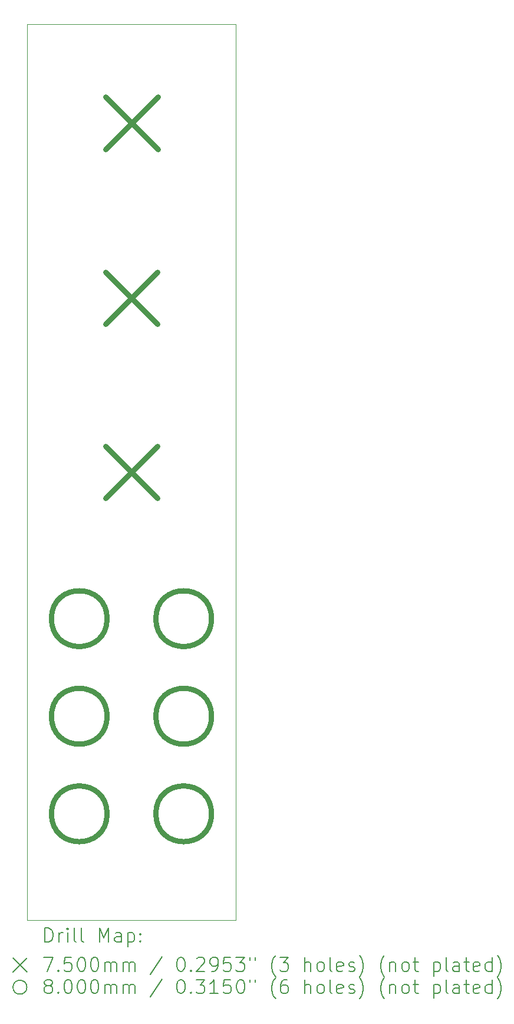
<source format=gbr>
%TF.GenerationSoftware,KiCad,Pcbnew,8.0.2*%
%TF.CreationDate,2024-05-21T21:55:27+01:00*%
%TF.ProjectId,panel-vert_mx-2024-03-26,70616e65-6c2d-4766-9572-745f6d782d32,rev?*%
%TF.SameCoordinates,Original*%
%TF.FileFunction,Drillmap*%
%TF.FilePolarity,Positive*%
%FSLAX45Y45*%
G04 Gerber Fmt 4.5, Leading zero omitted, Abs format (unit mm)*
G04 Created by KiCad (PCBNEW 8.0.2) date 2024-05-21 21:55:27*
%MOMM*%
%LPD*%
G01*
G04 APERTURE LIST*
%ADD10C,0.050000*%
%ADD11C,0.200000*%
%ADD12C,0.750000*%
%ADD13C,0.800000*%
G04 APERTURE END LIST*
D10*
X16350110Y-16925360D02*
X16350110Y-4075360D01*
X13350110Y-16925360D02*
X16350110Y-16925360D01*
X13350110Y-4075360D02*
X13350110Y-16925360D01*
X16350110Y-4075360D02*
X13350110Y-4075360D01*
D11*
D12*
X14475110Y-7625360D02*
X15225110Y-8375360D01*
X15225110Y-7625360D02*
X14475110Y-8375360D01*
X14475110Y-10125360D02*
X15225110Y-10875360D01*
X15225110Y-10125360D02*
X14475110Y-10875360D01*
X14477132Y-5114142D02*
X15227132Y-5864141D01*
X15227132Y-5114142D02*
X14477132Y-5864141D01*
D13*
X14500110Y-12600360D02*
G75*
G02*
X13700110Y-12600360I-400000J0D01*
G01*
X13700110Y-12600360D02*
G75*
G02*
X14500110Y-12600360I400000J0D01*
G01*
X14500110Y-14000360D02*
G75*
G02*
X13700110Y-14000360I-400000J0D01*
G01*
X13700110Y-14000360D02*
G75*
G02*
X14500110Y-14000360I400000J0D01*
G01*
X14500110Y-15400360D02*
G75*
G02*
X13700110Y-15400360I-400000J0D01*
G01*
X13700110Y-15400360D02*
G75*
G02*
X14500110Y-15400360I400000J0D01*
G01*
X16000110Y-12600360D02*
G75*
G02*
X15200110Y-12600360I-400000J0D01*
G01*
X15200110Y-12600360D02*
G75*
G02*
X16000110Y-12600360I400000J0D01*
G01*
X16000110Y-14000360D02*
G75*
G02*
X15200110Y-14000360I-400000J0D01*
G01*
X15200110Y-14000360D02*
G75*
G02*
X16000110Y-14000360I400000J0D01*
G01*
X16000110Y-15400360D02*
G75*
G02*
X15200110Y-15400360I-400000J0D01*
G01*
X15200110Y-15400360D02*
G75*
G02*
X16000110Y-15400360I400000J0D01*
G01*
D11*
X13608387Y-17239344D02*
X13608387Y-17039344D01*
X13608387Y-17039344D02*
X13656006Y-17039344D01*
X13656006Y-17039344D02*
X13684577Y-17048868D01*
X13684577Y-17048868D02*
X13703625Y-17067915D01*
X13703625Y-17067915D02*
X13713149Y-17086963D01*
X13713149Y-17086963D02*
X13722672Y-17125058D01*
X13722672Y-17125058D02*
X13722672Y-17153630D01*
X13722672Y-17153630D02*
X13713149Y-17191725D01*
X13713149Y-17191725D02*
X13703625Y-17210772D01*
X13703625Y-17210772D02*
X13684577Y-17229820D01*
X13684577Y-17229820D02*
X13656006Y-17239344D01*
X13656006Y-17239344D02*
X13608387Y-17239344D01*
X13808387Y-17239344D02*
X13808387Y-17106010D01*
X13808387Y-17144106D02*
X13817911Y-17125058D01*
X13817911Y-17125058D02*
X13827434Y-17115534D01*
X13827434Y-17115534D02*
X13846482Y-17106010D01*
X13846482Y-17106010D02*
X13865530Y-17106010D01*
X13932196Y-17239344D02*
X13932196Y-17106010D01*
X13932196Y-17039344D02*
X13922672Y-17048868D01*
X13922672Y-17048868D02*
X13932196Y-17058391D01*
X13932196Y-17058391D02*
X13941720Y-17048868D01*
X13941720Y-17048868D02*
X13932196Y-17039344D01*
X13932196Y-17039344D02*
X13932196Y-17058391D01*
X14056006Y-17239344D02*
X14036958Y-17229820D01*
X14036958Y-17229820D02*
X14027434Y-17210772D01*
X14027434Y-17210772D02*
X14027434Y-17039344D01*
X14160768Y-17239344D02*
X14141720Y-17229820D01*
X14141720Y-17229820D02*
X14132196Y-17210772D01*
X14132196Y-17210772D02*
X14132196Y-17039344D01*
X14389339Y-17239344D02*
X14389339Y-17039344D01*
X14389339Y-17039344D02*
X14456006Y-17182201D01*
X14456006Y-17182201D02*
X14522672Y-17039344D01*
X14522672Y-17039344D02*
X14522672Y-17239344D01*
X14703625Y-17239344D02*
X14703625Y-17134582D01*
X14703625Y-17134582D02*
X14694101Y-17115534D01*
X14694101Y-17115534D02*
X14675053Y-17106010D01*
X14675053Y-17106010D02*
X14636958Y-17106010D01*
X14636958Y-17106010D02*
X14617911Y-17115534D01*
X14703625Y-17229820D02*
X14684577Y-17239344D01*
X14684577Y-17239344D02*
X14636958Y-17239344D01*
X14636958Y-17239344D02*
X14617911Y-17229820D01*
X14617911Y-17229820D02*
X14608387Y-17210772D01*
X14608387Y-17210772D02*
X14608387Y-17191725D01*
X14608387Y-17191725D02*
X14617911Y-17172677D01*
X14617911Y-17172677D02*
X14636958Y-17163153D01*
X14636958Y-17163153D02*
X14684577Y-17163153D01*
X14684577Y-17163153D02*
X14703625Y-17153630D01*
X14798863Y-17106010D02*
X14798863Y-17306010D01*
X14798863Y-17115534D02*
X14817911Y-17106010D01*
X14817911Y-17106010D02*
X14856006Y-17106010D01*
X14856006Y-17106010D02*
X14875053Y-17115534D01*
X14875053Y-17115534D02*
X14884577Y-17125058D01*
X14884577Y-17125058D02*
X14894101Y-17144106D01*
X14894101Y-17144106D02*
X14894101Y-17201249D01*
X14894101Y-17201249D02*
X14884577Y-17220296D01*
X14884577Y-17220296D02*
X14875053Y-17229820D01*
X14875053Y-17229820D02*
X14856006Y-17239344D01*
X14856006Y-17239344D02*
X14817911Y-17239344D01*
X14817911Y-17239344D02*
X14798863Y-17229820D01*
X14979815Y-17220296D02*
X14989339Y-17229820D01*
X14989339Y-17229820D02*
X14979815Y-17239344D01*
X14979815Y-17239344D02*
X14970292Y-17229820D01*
X14970292Y-17229820D02*
X14979815Y-17220296D01*
X14979815Y-17220296D02*
X14979815Y-17239344D01*
X14979815Y-17115534D02*
X14989339Y-17125058D01*
X14989339Y-17125058D02*
X14979815Y-17134582D01*
X14979815Y-17134582D02*
X14970292Y-17125058D01*
X14970292Y-17125058D02*
X14979815Y-17115534D01*
X14979815Y-17115534D02*
X14979815Y-17134582D01*
X13147610Y-17467860D02*
X13347610Y-17667860D01*
X13347610Y-17467860D02*
X13147610Y-17667860D01*
X13589339Y-17459344D02*
X13722672Y-17459344D01*
X13722672Y-17459344D02*
X13636958Y-17659344D01*
X13798863Y-17640296D02*
X13808387Y-17649820D01*
X13808387Y-17649820D02*
X13798863Y-17659344D01*
X13798863Y-17659344D02*
X13789339Y-17649820D01*
X13789339Y-17649820D02*
X13798863Y-17640296D01*
X13798863Y-17640296D02*
X13798863Y-17659344D01*
X13989339Y-17459344D02*
X13894101Y-17459344D01*
X13894101Y-17459344D02*
X13884577Y-17554582D01*
X13884577Y-17554582D02*
X13894101Y-17545058D01*
X13894101Y-17545058D02*
X13913149Y-17535534D01*
X13913149Y-17535534D02*
X13960768Y-17535534D01*
X13960768Y-17535534D02*
X13979815Y-17545058D01*
X13979815Y-17545058D02*
X13989339Y-17554582D01*
X13989339Y-17554582D02*
X13998863Y-17573630D01*
X13998863Y-17573630D02*
X13998863Y-17621249D01*
X13998863Y-17621249D02*
X13989339Y-17640296D01*
X13989339Y-17640296D02*
X13979815Y-17649820D01*
X13979815Y-17649820D02*
X13960768Y-17659344D01*
X13960768Y-17659344D02*
X13913149Y-17659344D01*
X13913149Y-17659344D02*
X13894101Y-17649820D01*
X13894101Y-17649820D02*
X13884577Y-17640296D01*
X14122672Y-17459344D02*
X14141720Y-17459344D01*
X14141720Y-17459344D02*
X14160768Y-17468868D01*
X14160768Y-17468868D02*
X14170292Y-17478391D01*
X14170292Y-17478391D02*
X14179815Y-17497439D01*
X14179815Y-17497439D02*
X14189339Y-17535534D01*
X14189339Y-17535534D02*
X14189339Y-17583153D01*
X14189339Y-17583153D02*
X14179815Y-17621249D01*
X14179815Y-17621249D02*
X14170292Y-17640296D01*
X14170292Y-17640296D02*
X14160768Y-17649820D01*
X14160768Y-17649820D02*
X14141720Y-17659344D01*
X14141720Y-17659344D02*
X14122672Y-17659344D01*
X14122672Y-17659344D02*
X14103625Y-17649820D01*
X14103625Y-17649820D02*
X14094101Y-17640296D01*
X14094101Y-17640296D02*
X14084577Y-17621249D01*
X14084577Y-17621249D02*
X14075053Y-17583153D01*
X14075053Y-17583153D02*
X14075053Y-17535534D01*
X14075053Y-17535534D02*
X14084577Y-17497439D01*
X14084577Y-17497439D02*
X14094101Y-17478391D01*
X14094101Y-17478391D02*
X14103625Y-17468868D01*
X14103625Y-17468868D02*
X14122672Y-17459344D01*
X14313149Y-17459344D02*
X14332196Y-17459344D01*
X14332196Y-17459344D02*
X14351244Y-17468868D01*
X14351244Y-17468868D02*
X14360768Y-17478391D01*
X14360768Y-17478391D02*
X14370292Y-17497439D01*
X14370292Y-17497439D02*
X14379815Y-17535534D01*
X14379815Y-17535534D02*
X14379815Y-17583153D01*
X14379815Y-17583153D02*
X14370292Y-17621249D01*
X14370292Y-17621249D02*
X14360768Y-17640296D01*
X14360768Y-17640296D02*
X14351244Y-17649820D01*
X14351244Y-17649820D02*
X14332196Y-17659344D01*
X14332196Y-17659344D02*
X14313149Y-17659344D01*
X14313149Y-17659344D02*
X14294101Y-17649820D01*
X14294101Y-17649820D02*
X14284577Y-17640296D01*
X14284577Y-17640296D02*
X14275053Y-17621249D01*
X14275053Y-17621249D02*
X14265530Y-17583153D01*
X14265530Y-17583153D02*
X14265530Y-17535534D01*
X14265530Y-17535534D02*
X14275053Y-17497439D01*
X14275053Y-17497439D02*
X14284577Y-17478391D01*
X14284577Y-17478391D02*
X14294101Y-17468868D01*
X14294101Y-17468868D02*
X14313149Y-17459344D01*
X14465530Y-17659344D02*
X14465530Y-17526010D01*
X14465530Y-17545058D02*
X14475053Y-17535534D01*
X14475053Y-17535534D02*
X14494101Y-17526010D01*
X14494101Y-17526010D02*
X14522673Y-17526010D01*
X14522673Y-17526010D02*
X14541720Y-17535534D01*
X14541720Y-17535534D02*
X14551244Y-17554582D01*
X14551244Y-17554582D02*
X14551244Y-17659344D01*
X14551244Y-17554582D02*
X14560768Y-17535534D01*
X14560768Y-17535534D02*
X14579815Y-17526010D01*
X14579815Y-17526010D02*
X14608387Y-17526010D01*
X14608387Y-17526010D02*
X14627434Y-17535534D01*
X14627434Y-17535534D02*
X14636958Y-17554582D01*
X14636958Y-17554582D02*
X14636958Y-17659344D01*
X14732196Y-17659344D02*
X14732196Y-17526010D01*
X14732196Y-17545058D02*
X14741720Y-17535534D01*
X14741720Y-17535534D02*
X14760768Y-17526010D01*
X14760768Y-17526010D02*
X14789339Y-17526010D01*
X14789339Y-17526010D02*
X14808387Y-17535534D01*
X14808387Y-17535534D02*
X14817911Y-17554582D01*
X14817911Y-17554582D02*
X14817911Y-17659344D01*
X14817911Y-17554582D02*
X14827434Y-17535534D01*
X14827434Y-17535534D02*
X14846482Y-17526010D01*
X14846482Y-17526010D02*
X14875053Y-17526010D01*
X14875053Y-17526010D02*
X14894101Y-17535534D01*
X14894101Y-17535534D02*
X14903625Y-17554582D01*
X14903625Y-17554582D02*
X14903625Y-17659344D01*
X15294101Y-17449820D02*
X15122673Y-17706963D01*
X15551244Y-17459344D02*
X15570292Y-17459344D01*
X15570292Y-17459344D02*
X15589339Y-17468868D01*
X15589339Y-17468868D02*
X15598863Y-17478391D01*
X15598863Y-17478391D02*
X15608387Y-17497439D01*
X15608387Y-17497439D02*
X15617911Y-17535534D01*
X15617911Y-17535534D02*
X15617911Y-17583153D01*
X15617911Y-17583153D02*
X15608387Y-17621249D01*
X15608387Y-17621249D02*
X15598863Y-17640296D01*
X15598863Y-17640296D02*
X15589339Y-17649820D01*
X15589339Y-17649820D02*
X15570292Y-17659344D01*
X15570292Y-17659344D02*
X15551244Y-17659344D01*
X15551244Y-17659344D02*
X15532196Y-17649820D01*
X15532196Y-17649820D02*
X15522673Y-17640296D01*
X15522673Y-17640296D02*
X15513149Y-17621249D01*
X15513149Y-17621249D02*
X15503625Y-17583153D01*
X15503625Y-17583153D02*
X15503625Y-17535534D01*
X15503625Y-17535534D02*
X15513149Y-17497439D01*
X15513149Y-17497439D02*
X15522673Y-17478391D01*
X15522673Y-17478391D02*
X15532196Y-17468868D01*
X15532196Y-17468868D02*
X15551244Y-17459344D01*
X15703625Y-17640296D02*
X15713149Y-17649820D01*
X15713149Y-17649820D02*
X15703625Y-17659344D01*
X15703625Y-17659344D02*
X15694101Y-17649820D01*
X15694101Y-17649820D02*
X15703625Y-17640296D01*
X15703625Y-17640296D02*
X15703625Y-17659344D01*
X15789339Y-17478391D02*
X15798863Y-17468868D01*
X15798863Y-17468868D02*
X15817911Y-17459344D01*
X15817911Y-17459344D02*
X15865530Y-17459344D01*
X15865530Y-17459344D02*
X15884577Y-17468868D01*
X15884577Y-17468868D02*
X15894101Y-17478391D01*
X15894101Y-17478391D02*
X15903625Y-17497439D01*
X15903625Y-17497439D02*
X15903625Y-17516487D01*
X15903625Y-17516487D02*
X15894101Y-17545058D01*
X15894101Y-17545058D02*
X15779816Y-17659344D01*
X15779816Y-17659344D02*
X15903625Y-17659344D01*
X15998863Y-17659344D02*
X16036958Y-17659344D01*
X16036958Y-17659344D02*
X16056006Y-17649820D01*
X16056006Y-17649820D02*
X16065530Y-17640296D01*
X16065530Y-17640296D02*
X16084577Y-17611725D01*
X16084577Y-17611725D02*
X16094101Y-17573630D01*
X16094101Y-17573630D02*
X16094101Y-17497439D01*
X16094101Y-17497439D02*
X16084577Y-17478391D01*
X16084577Y-17478391D02*
X16075054Y-17468868D01*
X16075054Y-17468868D02*
X16056006Y-17459344D01*
X16056006Y-17459344D02*
X16017911Y-17459344D01*
X16017911Y-17459344D02*
X15998863Y-17468868D01*
X15998863Y-17468868D02*
X15989339Y-17478391D01*
X15989339Y-17478391D02*
X15979816Y-17497439D01*
X15979816Y-17497439D02*
X15979816Y-17545058D01*
X15979816Y-17545058D02*
X15989339Y-17564106D01*
X15989339Y-17564106D02*
X15998863Y-17573630D01*
X15998863Y-17573630D02*
X16017911Y-17583153D01*
X16017911Y-17583153D02*
X16056006Y-17583153D01*
X16056006Y-17583153D02*
X16075054Y-17573630D01*
X16075054Y-17573630D02*
X16084577Y-17564106D01*
X16084577Y-17564106D02*
X16094101Y-17545058D01*
X16275054Y-17459344D02*
X16179816Y-17459344D01*
X16179816Y-17459344D02*
X16170292Y-17554582D01*
X16170292Y-17554582D02*
X16179816Y-17545058D01*
X16179816Y-17545058D02*
X16198863Y-17535534D01*
X16198863Y-17535534D02*
X16246482Y-17535534D01*
X16246482Y-17535534D02*
X16265530Y-17545058D01*
X16265530Y-17545058D02*
X16275054Y-17554582D01*
X16275054Y-17554582D02*
X16284577Y-17573630D01*
X16284577Y-17573630D02*
X16284577Y-17621249D01*
X16284577Y-17621249D02*
X16275054Y-17640296D01*
X16275054Y-17640296D02*
X16265530Y-17649820D01*
X16265530Y-17649820D02*
X16246482Y-17659344D01*
X16246482Y-17659344D02*
X16198863Y-17659344D01*
X16198863Y-17659344D02*
X16179816Y-17649820D01*
X16179816Y-17649820D02*
X16170292Y-17640296D01*
X16351244Y-17459344D02*
X16475054Y-17459344D01*
X16475054Y-17459344D02*
X16408387Y-17535534D01*
X16408387Y-17535534D02*
X16436958Y-17535534D01*
X16436958Y-17535534D02*
X16456006Y-17545058D01*
X16456006Y-17545058D02*
X16465530Y-17554582D01*
X16465530Y-17554582D02*
X16475054Y-17573630D01*
X16475054Y-17573630D02*
X16475054Y-17621249D01*
X16475054Y-17621249D02*
X16465530Y-17640296D01*
X16465530Y-17640296D02*
X16456006Y-17649820D01*
X16456006Y-17649820D02*
X16436958Y-17659344D01*
X16436958Y-17659344D02*
X16379816Y-17659344D01*
X16379816Y-17659344D02*
X16360768Y-17649820D01*
X16360768Y-17649820D02*
X16351244Y-17640296D01*
X16551244Y-17459344D02*
X16551244Y-17497439D01*
X16627435Y-17459344D02*
X16627435Y-17497439D01*
X16922673Y-17735534D02*
X16913149Y-17726010D01*
X16913149Y-17726010D02*
X16894101Y-17697439D01*
X16894101Y-17697439D02*
X16884578Y-17678391D01*
X16884578Y-17678391D02*
X16875054Y-17649820D01*
X16875054Y-17649820D02*
X16865530Y-17602201D01*
X16865530Y-17602201D02*
X16865530Y-17564106D01*
X16865530Y-17564106D02*
X16875054Y-17516487D01*
X16875054Y-17516487D02*
X16884578Y-17487915D01*
X16884578Y-17487915D02*
X16894101Y-17468868D01*
X16894101Y-17468868D02*
X16913149Y-17440296D01*
X16913149Y-17440296D02*
X16922673Y-17430772D01*
X16979816Y-17459344D02*
X17103625Y-17459344D01*
X17103625Y-17459344D02*
X17036959Y-17535534D01*
X17036959Y-17535534D02*
X17065530Y-17535534D01*
X17065530Y-17535534D02*
X17084578Y-17545058D01*
X17084578Y-17545058D02*
X17094101Y-17554582D01*
X17094101Y-17554582D02*
X17103625Y-17573630D01*
X17103625Y-17573630D02*
X17103625Y-17621249D01*
X17103625Y-17621249D02*
X17094101Y-17640296D01*
X17094101Y-17640296D02*
X17084578Y-17649820D01*
X17084578Y-17649820D02*
X17065530Y-17659344D01*
X17065530Y-17659344D02*
X17008387Y-17659344D01*
X17008387Y-17659344D02*
X16989340Y-17649820D01*
X16989340Y-17649820D02*
X16979816Y-17640296D01*
X17341721Y-17659344D02*
X17341721Y-17459344D01*
X17427435Y-17659344D02*
X17427435Y-17554582D01*
X17427435Y-17554582D02*
X17417911Y-17535534D01*
X17417911Y-17535534D02*
X17398863Y-17526010D01*
X17398863Y-17526010D02*
X17370292Y-17526010D01*
X17370292Y-17526010D02*
X17351244Y-17535534D01*
X17351244Y-17535534D02*
X17341721Y-17545058D01*
X17551244Y-17659344D02*
X17532197Y-17649820D01*
X17532197Y-17649820D02*
X17522673Y-17640296D01*
X17522673Y-17640296D02*
X17513149Y-17621249D01*
X17513149Y-17621249D02*
X17513149Y-17564106D01*
X17513149Y-17564106D02*
X17522673Y-17545058D01*
X17522673Y-17545058D02*
X17532197Y-17535534D01*
X17532197Y-17535534D02*
X17551244Y-17526010D01*
X17551244Y-17526010D02*
X17579816Y-17526010D01*
X17579816Y-17526010D02*
X17598863Y-17535534D01*
X17598863Y-17535534D02*
X17608387Y-17545058D01*
X17608387Y-17545058D02*
X17617911Y-17564106D01*
X17617911Y-17564106D02*
X17617911Y-17621249D01*
X17617911Y-17621249D02*
X17608387Y-17640296D01*
X17608387Y-17640296D02*
X17598863Y-17649820D01*
X17598863Y-17649820D02*
X17579816Y-17659344D01*
X17579816Y-17659344D02*
X17551244Y-17659344D01*
X17732197Y-17659344D02*
X17713149Y-17649820D01*
X17713149Y-17649820D02*
X17703625Y-17630772D01*
X17703625Y-17630772D02*
X17703625Y-17459344D01*
X17884578Y-17649820D02*
X17865530Y-17659344D01*
X17865530Y-17659344D02*
X17827435Y-17659344D01*
X17827435Y-17659344D02*
X17808387Y-17649820D01*
X17808387Y-17649820D02*
X17798863Y-17630772D01*
X17798863Y-17630772D02*
X17798863Y-17554582D01*
X17798863Y-17554582D02*
X17808387Y-17535534D01*
X17808387Y-17535534D02*
X17827435Y-17526010D01*
X17827435Y-17526010D02*
X17865530Y-17526010D01*
X17865530Y-17526010D02*
X17884578Y-17535534D01*
X17884578Y-17535534D02*
X17894102Y-17554582D01*
X17894102Y-17554582D02*
X17894102Y-17573630D01*
X17894102Y-17573630D02*
X17798863Y-17592677D01*
X17970292Y-17649820D02*
X17989340Y-17659344D01*
X17989340Y-17659344D02*
X18027435Y-17659344D01*
X18027435Y-17659344D02*
X18046483Y-17649820D01*
X18046483Y-17649820D02*
X18056006Y-17630772D01*
X18056006Y-17630772D02*
X18056006Y-17621249D01*
X18056006Y-17621249D02*
X18046483Y-17602201D01*
X18046483Y-17602201D02*
X18027435Y-17592677D01*
X18027435Y-17592677D02*
X17998863Y-17592677D01*
X17998863Y-17592677D02*
X17979816Y-17583153D01*
X17979816Y-17583153D02*
X17970292Y-17564106D01*
X17970292Y-17564106D02*
X17970292Y-17554582D01*
X17970292Y-17554582D02*
X17979816Y-17535534D01*
X17979816Y-17535534D02*
X17998863Y-17526010D01*
X17998863Y-17526010D02*
X18027435Y-17526010D01*
X18027435Y-17526010D02*
X18046483Y-17535534D01*
X18122673Y-17735534D02*
X18132197Y-17726010D01*
X18132197Y-17726010D02*
X18151244Y-17697439D01*
X18151244Y-17697439D02*
X18160768Y-17678391D01*
X18160768Y-17678391D02*
X18170292Y-17649820D01*
X18170292Y-17649820D02*
X18179816Y-17602201D01*
X18179816Y-17602201D02*
X18179816Y-17564106D01*
X18179816Y-17564106D02*
X18170292Y-17516487D01*
X18170292Y-17516487D02*
X18160768Y-17487915D01*
X18160768Y-17487915D02*
X18151244Y-17468868D01*
X18151244Y-17468868D02*
X18132197Y-17440296D01*
X18132197Y-17440296D02*
X18122673Y-17430772D01*
X18484578Y-17735534D02*
X18475054Y-17726010D01*
X18475054Y-17726010D02*
X18456006Y-17697439D01*
X18456006Y-17697439D02*
X18446483Y-17678391D01*
X18446483Y-17678391D02*
X18436959Y-17649820D01*
X18436959Y-17649820D02*
X18427435Y-17602201D01*
X18427435Y-17602201D02*
X18427435Y-17564106D01*
X18427435Y-17564106D02*
X18436959Y-17516487D01*
X18436959Y-17516487D02*
X18446483Y-17487915D01*
X18446483Y-17487915D02*
X18456006Y-17468868D01*
X18456006Y-17468868D02*
X18475054Y-17440296D01*
X18475054Y-17440296D02*
X18484578Y-17430772D01*
X18560768Y-17526010D02*
X18560768Y-17659344D01*
X18560768Y-17545058D02*
X18570292Y-17535534D01*
X18570292Y-17535534D02*
X18589340Y-17526010D01*
X18589340Y-17526010D02*
X18617911Y-17526010D01*
X18617911Y-17526010D02*
X18636959Y-17535534D01*
X18636959Y-17535534D02*
X18646483Y-17554582D01*
X18646483Y-17554582D02*
X18646483Y-17659344D01*
X18770292Y-17659344D02*
X18751244Y-17649820D01*
X18751244Y-17649820D02*
X18741721Y-17640296D01*
X18741721Y-17640296D02*
X18732197Y-17621249D01*
X18732197Y-17621249D02*
X18732197Y-17564106D01*
X18732197Y-17564106D02*
X18741721Y-17545058D01*
X18741721Y-17545058D02*
X18751244Y-17535534D01*
X18751244Y-17535534D02*
X18770292Y-17526010D01*
X18770292Y-17526010D02*
X18798864Y-17526010D01*
X18798864Y-17526010D02*
X18817911Y-17535534D01*
X18817911Y-17535534D02*
X18827435Y-17545058D01*
X18827435Y-17545058D02*
X18836959Y-17564106D01*
X18836959Y-17564106D02*
X18836959Y-17621249D01*
X18836959Y-17621249D02*
X18827435Y-17640296D01*
X18827435Y-17640296D02*
X18817911Y-17649820D01*
X18817911Y-17649820D02*
X18798864Y-17659344D01*
X18798864Y-17659344D02*
X18770292Y-17659344D01*
X18894102Y-17526010D02*
X18970292Y-17526010D01*
X18922673Y-17459344D02*
X18922673Y-17630772D01*
X18922673Y-17630772D02*
X18932197Y-17649820D01*
X18932197Y-17649820D02*
X18951244Y-17659344D01*
X18951244Y-17659344D02*
X18970292Y-17659344D01*
X19189340Y-17526010D02*
X19189340Y-17726010D01*
X19189340Y-17535534D02*
X19208387Y-17526010D01*
X19208387Y-17526010D02*
X19246483Y-17526010D01*
X19246483Y-17526010D02*
X19265530Y-17535534D01*
X19265530Y-17535534D02*
X19275054Y-17545058D01*
X19275054Y-17545058D02*
X19284578Y-17564106D01*
X19284578Y-17564106D02*
X19284578Y-17621249D01*
X19284578Y-17621249D02*
X19275054Y-17640296D01*
X19275054Y-17640296D02*
X19265530Y-17649820D01*
X19265530Y-17649820D02*
X19246483Y-17659344D01*
X19246483Y-17659344D02*
X19208387Y-17659344D01*
X19208387Y-17659344D02*
X19189340Y-17649820D01*
X19398864Y-17659344D02*
X19379816Y-17649820D01*
X19379816Y-17649820D02*
X19370292Y-17630772D01*
X19370292Y-17630772D02*
X19370292Y-17459344D01*
X19560768Y-17659344D02*
X19560768Y-17554582D01*
X19560768Y-17554582D02*
X19551245Y-17535534D01*
X19551245Y-17535534D02*
X19532197Y-17526010D01*
X19532197Y-17526010D02*
X19494102Y-17526010D01*
X19494102Y-17526010D02*
X19475054Y-17535534D01*
X19560768Y-17649820D02*
X19541721Y-17659344D01*
X19541721Y-17659344D02*
X19494102Y-17659344D01*
X19494102Y-17659344D02*
X19475054Y-17649820D01*
X19475054Y-17649820D02*
X19465530Y-17630772D01*
X19465530Y-17630772D02*
X19465530Y-17611725D01*
X19465530Y-17611725D02*
X19475054Y-17592677D01*
X19475054Y-17592677D02*
X19494102Y-17583153D01*
X19494102Y-17583153D02*
X19541721Y-17583153D01*
X19541721Y-17583153D02*
X19560768Y-17573630D01*
X19627435Y-17526010D02*
X19703625Y-17526010D01*
X19656006Y-17459344D02*
X19656006Y-17630772D01*
X19656006Y-17630772D02*
X19665530Y-17649820D01*
X19665530Y-17649820D02*
X19684578Y-17659344D01*
X19684578Y-17659344D02*
X19703625Y-17659344D01*
X19846483Y-17649820D02*
X19827435Y-17659344D01*
X19827435Y-17659344D02*
X19789340Y-17659344D01*
X19789340Y-17659344D02*
X19770292Y-17649820D01*
X19770292Y-17649820D02*
X19760768Y-17630772D01*
X19760768Y-17630772D02*
X19760768Y-17554582D01*
X19760768Y-17554582D02*
X19770292Y-17535534D01*
X19770292Y-17535534D02*
X19789340Y-17526010D01*
X19789340Y-17526010D02*
X19827435Y-17526010D01*
X19827435Y-17526010D02*
X19846483Y-17535534D01*
X19846483Y-17535534D02*
X19856006Y-17554582D01*
X19856006Y-17554582D02*
X19856006Y-17573630D01*
X19856006Y-17573630D02*
X19760768Y-17592677D01*
X20027435Y-17659344D02*
X20027435Y-17459344D01*
X20027435Y-17649820D02*
X20008387Y-17659344D01*
X20008387Y-17659344D02*
X19970292Y-17659344D01*
X19970292Y-17659344D02*
X19951245Y-17649820D01*
X19951245Y-17649820D02*
X19941721Y-17640296D01*
X19941721Y-17640296D02*
X19932197Y-17621249D01*
X19932197Y-17621249D02*
X19932197Y-17564106D01*
X19932197Y-17564106D02*
X19941721Y-17545058D01*
X19941721Y-17545058D02*
X19951245Y-17535534D01*
X19951245Y-17535534D02*
X19970292Y-17526010D01*
X19970292Y-17526010D02*
X20008387Y-17526010D01*
X20008387Y-17526010D02*
X20027435Y-17535534D01*
X20103626Y-17735534D02*
X20113149Y-17726010D01*
X20113149Y-17726010D02*
X20132197Y-17697439D01*
X20132197Y-17697439D02*
X20141721Y-17678391D01*
X20141721Y-17678391D02*
X20151245Y-17649820D01*
X20151245Y-17649820D02*
X20160768Y-17602201D01*
X20160768Y-17602201D02*
X20160768Y-17564106D01*
X20160768Y-17564106D02*
X20151245Y-17516487D01*
X20151245Y-17516487D02*
X20141721Y-17487915D01*
X20141721Y-17487915D02*
X20132197Y-17468868D01*
X20132197Y-17468868D02*
X20113149Y-17440296D01*
X20113149Y-17440296D02*
X20103626Y-17430772D01*
X13347610Y-17887860D02*
G75*
G02*
X13147610Y-17887860I-100000J0D01*
G01*
X13147610Y-17887860D02*
G75*
G02*
X13347610Y-17887860I100000J0D01*
G01*
X13636958Y-17865058D02*
X13617911Y-17855534D01*
X13617911Y-17855534D02*
X13608387Y-17846010D01*
X13608387Y-17846010D02*
X13598863Y-17826963D01*
X13598863Y-17826963D02*
X13598863Y-17817439D01*
X13598863Y-17817439D02*
X13608387Y-17798391D01*
X13608387Y-17798391D02*
X13617911Y-17788868D01*
X13617911Y-17788868D02*
X13636958Y-17779344D01*
X13636958Y-17779344D02*
X13675053Y-17779344D01*
X13675053Y-17779344D02*
X13694101Y-17788868D01*
X13694101Y-17788868D02*
X13703625Y-17798391D01*
X13703625Y-17798391D02*
X13713149Y-17817439D01*
X13713149Y-17817439D02*
X13713149Y-17826963D01*
X13713149Y-17826963D02*
X13703625Y-17846010D01*
X13703625Y-17846010D02*
X13694101Y-17855534D01*
X13694101Y-17855534D02*
X13675053Y-17865058D01*
X13675053Y-17865058D02*
X13636958Y-17865058D01*
X13636958Y-17865058D02*
X13617911Y-17874582D01*
X13617911Y-17874582D02*
X13608387Y-17884106D01*
X13608387Y-17884106D02*
X13598863Y-17903153D01*
X13598863Y-17903153D02*
X13598863Y-17941249D01*
X13598863Y-17941249D02*
X13608387Y-17960296D01*
X13608387Y-17960296D02*
X13617911Y-17969820D01*
X13617911Y-17969820D02*
X13636958Y-17979344D01*
X13636958Y-17979344D02*
X13675053Y-17979344D01*
X13675053Y-17979344D02*
X13694101Y-17969820D01*
X13694101Y-17969820D02*
X13703625Y-17960296D01*
X13703625Y-17960296D02*
X13713149Y-17941249D01*
X13713149Y-17941249D02*
X13713149Y-17903153D01*
X13713149Y-17903153D02*
X13703625Y-17884106D01*
X13703625Y-17884106D02*
X13694101Y-17874582D01*
X13694101Y-17874582D02*
X13675053Y-17865058D01*
X13798863Y-17960296D02*
X13808387Y-17969820D01*
X13808387Y-17969820D02*
X13798863Y-17979344D01*
X13798863Y-17979344D02*
X13789339Y-17969820D01*
X13789339Y-17969820D02*
X13798863Y-17960296D01*
X13798863Y-17960296D02*
X13798863Y-17979344D01*
X13932196Y-17779344D02*
X13951244Y-17779344D01*
X13951244Y-17779344D02*
X13970292Y-17788868D01*
X13970292Y-17788868D02*
X13979815Y-17798391D01*
X13979815Y-17798391D02*
X13989339Y-17817439D01*
X13989339Y-17817439D02*
X13998863Y-17855534D01*
X13998863Y-17855534D02*
X13998863Y-17903153D01*
X13998863Y-17903153D02*
X13989339Y-17941249D01*
X13989339Y-17941249D02*
X13979815Y-17960296D01*
X13979815Y-17960296D02*
X13970292Y-17969820D01*
X13970292Y-17969820D02*
X13951244Y-17979344D01*
X13951244Y-17979344D02*
X13932196Y-17979344D01*
X13932196Y-17979344D02*
X13913149Y-17969820D01*
X13913149Y-17969820D02*
X13903625Y-17960296D01*
X13903625Y-17960296D02*
X13894101Y-17941249D01*
X13894101Y-17941249D02*
X13884577Y-17903153D01*
X13884577Y-17903153D02*
X13884577Y-17855534D01*
X13884577Y-17855534D02*
X13894101Y-17817439D01*
X13894101Y-17817439D02*
X13903625Y-17798391D01*
X13903625Y-17798391D02*
X13913149Y-17788868D01*
X13913149Y-17788868D02*
X13932196Y-17779344D01*
X14122672Y-17779344D02*
X14141720Y-17779344D01*
X14141720Y-17779344D02*
X14160768Y-17788868D01*
X14160768Y-17788868D02*
X14170292Y-17798391D01*
X14170292Y-17798391D02*
X14179815Y-17817439D01*
X14179815Y-17817439D02*
X14189339Y-17855534D01*
X14189339Y-17855534D02*
X14189339Y-17903153D01*
X14189339Y-17903153D02*
X14179815Y-17941249D01*
X14179815Y-17941249D02*
X14170292Y-17960296D01*
X14170292Y-17960296D02*
X14160768Y-17969820D01*
X14160768Y-17969820D02*
X14141720Y-17979344D01*
X14141720Y-17979344D02*
X14122672Y-17979344D01*
X14122672Y-17979344D02*
X14103625Y-17969820D01*
X14103625Y-17969820D02*
X14094101Y-17960296D01*
X14094101Y-17960296D02*
X14084577Y-17941249D01*
X14084577Y-17941249D02*
X14075053Y-17903153D01*
X14075053Y-17903153D02*
X14075053Y-17855534D01*
X14075053Y-17855534D02*
X14084577Y-17817439D01*
X14084577Y-17817439D02*
X14094101Y-17798391D01*
X14094101Y-17798391D02*
X14103625Y-17788868D01*
X14103625Y-17788868D02*
X14122672Y-17779344D01*
X14313149Y-17779344D02*
X14332196Y-17779344D01*
X14332196Y-17779344D02*
X14351244Y-17788868D01*
X14351244Y-17788868D02*
X14360768Y-17798391D01*
X14360768Y-17798391D02*
X14370292Y-17817439D01*
X14370292Y-17817439D02*
X14379815Y-17855534D01*
X14379815Y-17855534D02*
X14379815Y-17903153D01*
X14379815Y-17903153D02*
X14370292Y-17941249D01*
X14370292Y-17941249D02*
X14360768Y-17960296D01*
X14360768Y-17960296D02*
X14351244Y-17969820D01*
X14351244Y-17969820D02*
X14332196Y-17979344D01*
X14332196Y-17979344D02*
X14313149Y-17979344D01*
X14313149Y-17979344D02*
X14294101Y-17969820D01*
X14294101Y-17969820D02*
X14284577Y-17960296D01*
X14284577Y-17960296D02*
X14275053Y-17941249D01*
X14275053Y-17941249D02*
X14265530Y-17903153D01*
X14265530Y-17903153D02*
X14265530Y-17855534D01*
X14265530Y-17855534D02*
X14275053Y-17817439D01*
X14275053Y-17817439D02*
X14284577Y-17798391D01*
X14284577Y-17798391D02*
X14294101Y-17788868D01*
X14294101Y-17788868D02*
X14313149Y-17779344D01*
X14465530Y-17979344D02*
X14465530Y-17846010D01*
X14465530Y-17865058D02*
X14475053Y-17855534D01*
X14475053Y-17855534D02*
X14494101Y-17846010D01*
X14494101Y-17846010D02*
X14522673Y-17846010D01*
X14522673Y-17846010D02*
X14541720Y-17855534D01*
X14541720Y-17855534D02*
X14551244Y-17874582D01*
X14551244Y-17874582D02*
X14551244Y-17979344D01*
X14551244Y-17874582D02*
X14560768Y-17855534D01*
X14560768Y-17855534D02*
X14579815Y-17846010D01*
X14579815Y-17846010D02*
X14608387Y-17846010D01*
X14608387Y-17846010D02*
X14627434Y-17855534D01*
X14627434Y-17855534D02*
X14636958Y-17874582D01*
X14636958Y-17874582D02*
X14636958Y-17979344D01*
X14732196Y-17979344D02*
X14732196Y-17846010D01*
X14732196Y-17865058D02*
X14741720Y-17855534D01*
X14741720Y-17855534D02*
X14760768Y-17846010D01*
X14760768Y-17846010D02*
X14789339Y-17846010D01*
X14789339Y-17846010D02*
X14808387Y-17855534D01*
X14808387Y-17855534D02*
X14817911Y-17874582D01*
X14817911Y-17874582D02*
X14817911Y-17979344D01*
X14817911Y-17874582D02*
X14827434Y-17855534D01*
X14827434Y-17855534D02*
X14846482Y-17846010D01*
X14846482Y-17846010D02*
X14875053Y-17846010D01*
X14875053Y-17846010D02*
X14894101Y-17855534D01*
X14894101Y-17855534D02*
X14903625Y-17874582D01*
X14903625Y-17874582D02*
X14903625Y-17979344D01*
X15294101Y-17769820D02*
X15122673Y-18026963D01*
X15551244Y-17779344D02*
X15570292Y-17779344D01*
X15570292Y-17779344D02*
X15589339Y-17788868D01*
X15589339Y-17788868D02*
X15598863Y-17798391D01*
X15598863Y-17798391D02*
X15608387Y-17817439D01*
X15608387Y-17817439D02*
X15617911Y-17855534D01*
X15617911Y-17855534D02*
X15617911Y-17903153D01*
X15617911Y-17903153D02*
X15608387Y-17941249D01*
X15608387Y-17941249D02*
X15598863Y-17960296D01*
X15598863Y-17960296D02*
X15589339Y-17969820D01*
X15589339Y-17969820D02*
X15570292Y-17979344D01*
X15570292Y-17979344D02*
X15551244Y-17979344D01*
X15551244Y-17979344D02*
X15532196Y-17969820D01*
X15532196Y-17969820D02*
X15522673Y-17960296D01*
X15522673Y-17960296D02*
X15513149Y-17941249D01*
X15513149Y-17941249D02*
X15503625Y-17903153D01*
X15503625Y-17903153D02*
X15503625Y-17855534D01*
X15503625Y-17855534D02*
X15513149Y-17817439D01*
X15513149Y-17817439D02*
X15522673Y-17798391D01*
X15522673Y-17798391D02*
X15532196Y-17788868D01*
X15532196Y-17788868D02*
X15551244Y-17779344D01*
X15703625Y-17960296D02*
X15713149Y-17969820D01*
X15713149Y-17969820D02*
X15703625Y-17979344D01*
X15703625Y-17979344D02*
X15694101Y-17969820D01*
X15694101Y-17969820D02*
X15703625Y-17960296D01*
X15703625Y-17960296D02*
X15703625Y-17979344D01*
X15779816Y-17779344D02*
X15903625Y-17779344D01*
X15903625Y-17779344D02*
X15836958Y-17855534D01*
X15836958Y-17855534D02*
X15865530Y-17855534D01*
X15865530Y-17855534D02*
X15884577Y-17865058D01*
X15884577Y-17865058D02*
X15894101Y-17874582D01*
X15894101Y-17874582D02*
X15903625Y-17893630D01*
X15903625Y-17893630D02*
X15903625Y-17941249D01*
X15903625Y-17941249D02*
X15894101Y-17960296D01*
X15894101Y-17960296D02*
X15884577Y-17969820D01*
X15884577Y-17969820D02*
X15865530Y-17979344D01*
X15865530Y-17979344D02*
X15808387Y-17979344D01*
X15808387Y-17979344D02*
X15789339Y-17969820D01*
X15789339Y-17969820D02*
X15779816Y-17960296D01*
X16094101Y-17979344D02*
X15979816Y-17979344D01*
X16036958Y-17979344D02*
X16036958Y-17779344D01*
X16036958Y-17779344D02*
X16017911Y-17807915D01*
X16017911Y-17807915D02*
X15998863Y-17826963D01*
X15998863Y-17826963D02*
X15979816Y-17836487D01*
X16275054Y-17779344D02*
X16179816Y-17779344D01*
X16179816Y-17779344D02*
X16170292Y-17874582D01*
X16170292Y-17874582D02*
X16179816Y-17865058D01*
X16179816Y-17865058D02*
X16198863Y-17855534D01*
X16198863Y-17855534D02*
X16246482Y-17855534D01*
X16246482Y-17855534D02*
X16265530Y-17865058D01*
X16265530Y-17865058D02*
X16275054Y-17874582D01*
X16275054Y-17874582D02*
X16284577Y-17893630D01*
X16284577Y-17893630D02*
X16284577Y-17941249D01*
X16284577Y-17941249D02*
X16275054Y-17960296D01*
X16275054Y-17960296D02*
X16265530Y-17969820D01*
X16265530Y-17969820D02*
X16246482Y-17979344D01*
X16246482Y-17979344D02*
X16198863Y-17979344D01*
X16198863Y-17979344D02*
X16179816Y-17969820D01*
X16179816Y-17969820D02*
X16170292Y-17960296D01*
X16408387Y-17779344D02*
X16427435Y-17779344D01*
X16427435Y-17779344D02*
X16446482Y-17788868D01*
X16446482Y-17788868D02*
X16456006Y-17798391D01*
X16456006Y-17798391D02*
X16465530Y-17817439D01*
X16465530Y-17817439D02*
X16475054Y-17855534D01*
X16475054Y-17855534D02*
X16475054Y-17903153D01*
X16475054Y-17903153D02*
X16465530Y-17941249D01*
X16465530Y-17941249D02*
X16456006Y-17960296D01*
X16456006Y-17960296D02*
X16446482Y-17969820D01*
X16446482Y-17969820D02*
X16427435Y-17979344D01*
X16427435Y-17979344D02*
X16408387Y-17979344D01*
X16408387Y-17979344D02*
X16389339Y-17969820D01*
X16389339Y-17969820D02*
X16379816Y-17960296D01*
X16379816Y-17960296D02*
X16370292Y-17941249D01*
X16370292Y-17941249D02*
X16360768Y-17903153D01*
X16360768Y-17903153D02*
X16360768Y-17855534D01*
X16360768Y-17855534D02*
X16370292Y-17817439D01*
X16370292Y-17817439D02*
X16379816Y-17798391D01*
X16379816Y-17798391D02*
X16389339Y-17788868D01*
X16389339Y-17788868D02*
X16408387Y-17779344D01*
X16551244Y-17779344D02*
X16551244Y-17817439D01*
X16627435Y-17779344D02*
X16627435Y-17817439D01*
X16922673Y-18055534D02*
X16913149Y-18046010D01*
X16913149Y-18046010D02*
X16894101Y-18017439D01*
X16894101Y-18017439D02*
X16884578Y-17998391D01*
X16884578Y-17998391D02*
X16875054Y-17969820D01*
X16875054Y-17969820D02*
X16865530Y-17922201D01*
X16865530Y-17922201D02*
X16865530Y-17884106D01*
X16865530Y-17884106D02*
X16875054Y-17836487D01*
X16875054Y-17836487D02*
X16884578Y-17807915D01*
X16884578Y-17807915D02*
X16894101Y-17788868D01*
X16894101Y-17788868D02*
X16913149Y-17760296D01*
X16913149Y-17760296D02*
X16922673Y-17750772D01*
X17084578Y-17779344D02*
X17046482Y-17779344D01*
X17046482Y-17779344D02*
X17027435Y-17788868D01*
X17027435Y-17788868D02*
X17017911Y-17798391D01*
X17017911Y-17798391D02*
X16998863Y-17826963D01*
X16998863Y-17826963D02*
X16989340Y-17865058D01*
X16989340Y-17865058D02*
X16989340Y-17941249D01*
X16989340Y-17941249D02*
X16998863Y-17960296D01*
X16998863Y-17960296D02*
X17008387Y-17969820D01*
X17008387Y-17969820D02*
X17027435Y-17979344D01*
X17027435Y-17979344D02*
X17065530Y-17979344D01*
X17065530Y-17979344D02*
X17084578Y-17969820D01*
X17084578Y-17969820D02*
X17094101Y-17960296D01*
X17094101Y-17960296D02*
X17103625Y-17941249D01*
X17103625Y-17941249D02*
X17103625Y-17893630D01*
X17103625Y-17893630D02*
X17094101Y-17874582D01*
X17094101Y-17874582D02*
X17084578Y-17865058D01*
X17084578Y-17865058D02*
X17065530Y-17855534D01*
X17065530Y-17855534D02*
X17027435Y-17855534D01*
X17027435Y-17855534D02*
X17008387Y-17865058D01*
X17008387Y-17865058D02*
X16998863Y-17874582D01*
X16998863Y-17874582D02*
X16989340Y-17893630D01*
X17341721Y-17979344D02*
X17341721Y-17779344D01*
X17427435Y-17979344D02*
X17427435Y-17874582D01*
X17427435Y-17874582D02*
X17417911Y-17855534D01*
X17417911Y-17855534D02*
X17398863Y-17846010D01*
X17398863Y-17846010D02*
X17370292Y-17846010D01*
X17370292Y-17846010D02*
X17351244Y-17855534D01*
X17351244Y-17855534D02*
X17341721Y-17865058D01*
X17551244Y-17979344D02*
X17532197Y-17969820D01*
X17532197Y-17969820D02*
X17522673Y-17960296D01*
X17522673Y-17960296D02*
X17513149Y-17941249D01*
X17513149Y-17941249D02*
X17513149Y-17884106D01*
X17513149Y-17884106D02*
X17522673Y-17865058D01*
X17522673Y-17865058D02*
X17532197Y-17855534D01*
X17532197Y-17855534D02*
X17551244Y-17846010D01*
X17551244Y-17846010D02*
X17579816Y-17846010D01*
X17579816Y-17846010D02*
X17598863Y-17855534D01*
X17598863Y-17855534D02*
X17608387Y-17865058D01*
X17608387Y-17865058D02*
X17617911Y-17884106D01*
X17617911Y-17884106D02*
X17617911Y-17941249D01*
X17617911Y-17941249D02*
X17608387Y-17960296D01*
X17608387Y-17960296D02*
X17598863Y-17969820D01*
X17598863Y-17969820D02*
X17579816Y-17979344D01*
X17579816Y-17979344D02*
X17551244Y-17979344D01*
X17732197Y-17979344D02*
X17713149Y-17969820D01*
X17713149Y-17969820D02*
X17703625Y-17950772D01*
X17703625Y-17950772D02*
X17703625Y-17779344D01*
X17884578Y-17969820D02*
X17865530Y-17979344D01*
X17865530Y-17979344D02*
X17827435Y-17979344D01*
X17827435Y-17979344D02*
X17808387Y-17969820D01*
X17808387Y-17969820D02*
X17798863Y-17950772D01*
X17798863Y-17950772D02*
X17798863Y-17874582D01*
X17798863Y-17874582D02*
X17808387Y-17855534D01*
X17808387Y-17855534D02*
X17827435Y-17846010D01*
X17827435Y-17846010D02*
X17865530Y-17846010D01*
X17865530Y-17846010D02*
X17884578Y-17855534D01*
X17884578Y-17855534D02*
X17894102Y-17874582D01*
X17894102Y-17874582D02*
X17894102Y-17893630D01*
X17894102Y-17893630D02*
X17798863Y-17912677D01*
X17970292Y-17969820D02*
X17989340Y-17979344D01*
X17989340Y-17979344D02*
X18027435Y-17979344D01*
X18027435Y-17979344D02*
X18046483Y-17969820D01*
X18046483Y-17969820D02*
X18056006Y-17950772D01*
X18056006Y-17950772D02*
X18056006Y-17941249D01*
X18056006Y-17941249D02*
X18046483Y-17922201D01*
X18046483Y-17922201D02*
X18027435Y-17912677D01*
X18027435Y-17912677D02*
X17998863Y-17912677D01*
X17998863Y-17912677D02*
X17979816Y-17903153D01*
X17979816Y-17903153D02*
X17970292Y-17884106D01*
X17970292Y-17884106D02*
X17970292Y-17874582D01*
X17970292Y-17874582D02*
X17979816Y-17855534D01*
X17979816Y-17855534D02*
X17998863Y-17846010D01*
X17998863Y-17846010D02*
X18027435Y-17846010D01*
X18027435Y-17846010D02*
X18046483Y-17855534D01*
X18122673Y-18055534D02*
X18132197Y-18046010D01*
X18132197Y-18046010D02*
X18151244Y-18017439D01*
X18151244Y-18017439D02*
X18160768Y-17998391D01*
X18160768Y-17998391D02*
X18170292Y-17969820D01*
X18170292Y-17969820D02*
X18179816Y-17922201D01*
X18179816Y-17922201D02*
X18179816Y-17884106D01*
X18179816Y-17884106D02*
X18170292Y-17836487D01*
X18170292Y-17836487D02*
X18160768Y-17807915D01*
X18160768Y-17807915D02*
X18151244Y-17788868D01*
X18151244Y-17788868D02*
X18132197Y-17760296D01*
X18132197Y-17760296D02*
X18122673Y-17750772D01*
X18484578Y-18055534D02*
X18475054Y-18046010D01*
X18475054Y-18046010D02*
X18456006Y-18017439D01*
X18456006Y-18017439D02*
X18446483Y-17998391D01*
X18446483Y-17998391D02*
X18436959Y-17969820D01*
X18436959Y-17969820D02*
X18427435Y-17922201D01*
X18427435Y-17922201D02*
X18427435Y-17884106D01*
X18427435Y-17884106D02*
X18436959Y-17836487D01*
X18436959Y-17836487D02*
X18446483Y-17807915D01*
X18446483Y-17807915D02*
X18456006Y-17788868D01*
X18456006Y-17788868D02*
X18475054Y-17760296D01*
X18475054Y-17760296D02*
X18484578Y-17750772D01*
X18560768Y-17846010D02*
X18560768Y-17979344D01*
X18560768Y-17865058D02*
X18570292Y-17855534D01*
X18570292Y-17855534D02*
X18589340Y-17846010D01*
X18589340Y-17846010D02*
X18617911Y-17846010D01*
X18617911Y-17846010D02*
X18636959Y-17855534D01*
X18636959Y-17855534D02*
X18646483Y-17874582D01*
X18646483Y-17874582D02*
X18646483Y-17979344D01*
X18770292Y-17979344D02*
X18751244Y-17969820D01*
X18751244Y-17969820D02*
X18741721Y-17960296D01*
X18741721Y-17960296D02*
X18732197Y-17941249D01*
X18732197Y-17941249D02*
X18732197Y-17884106D01*
X18732197Y-17884106D02*
X18741721Y-17865058D01*
X18741721Y-17865058D02*
X18751244Y-17855534D01*
X18751244Y-17855534D02*
X18770292Y-17846010D01*
X18770292Y-17846010D02*
X18798864Y-17846010D01*
X18798864Y-17846010D02*
X18817911Y-17855534D01*
X18817911Y-17855534D02*
X18827435Y-17865058D01*
X18827435Y-17865058D02*
X18836959Y-17884106D01*
X18836959Y-17884106D02*
X18836959Y-17941249D01*
X18836959Y-17941249D02*
X18827435Y-17960296D01*
X18827435Y-17960296D02*
X18817911Y-17969820D01*
X18817911Y-17969820D02*
X18798864Y-17979344D01*
X18798864Y-17979344D02*
X18770292Y-17979344D01*
X18894102Y-17846010D02*
X18970292Y-17846010D01*
X18922673Y-17779344D02*
X18922673Y-17950772D01*
X18922673Y-17950772D02*
X18932197Y-17969820D01*
X18932197Y-17969820D02*
X18951244Y-17979344D01*
X18951244Y-17979344D02*
X18970292Y-17979344D01*
X19189340Y-17846010D02*
X19189340Y-18046010D01*
X19189340Y-17855534D02*
X19208387Y-17846010D01*
X19208387Y-17846010D02*
X19246483Y-17846010D01*
X19246483Y-17846010D02*
X19265530Y-17855534D01*
X19265530Y-17855534D02*
X19275054Y-17865058D01*
X19275054Y-17865058D02*
X19284578Y-17884106D01*
X19284578Y-17884106D02*
X19284578Y-17941249D01*
X19284578Y-17941249D02*
X19275054Y-17960296D01*
X19275054Y-17960296D02*
X19265530Y-17969820D01*
X19265530Y-17969820D02*
X19246483Y-17979344D01*
X19246483Y-17979344D02*
X19208387Y-17979344D01*
X19208387Y-17979344D02*
X19189340Y-17969820D01*
X19398864Y-17979344D02*
X19379816Y-17969820D01*
X19379816Y-17969820D02*
X19370292Y-17950772D01*
X19370292Y-17950772D02*
X19370292Y-17779344D01*
X19560768Y-17979344D02*
X19560768Y-17874582D01*
X19560768Y-17874582D02*
X19551245Y-17855534D01*
X19551245Y-17855534D02*
X19532197Y-17846010D01*
X19532197Y-17846010D02*
X19494102Y-17846010D01*
X19494102Y-17846010D02*
X19475054Y-17855534D01*
X19560768Y-17969820D02*
X19541721Y-17979344D01*
X19541721Y-17979344D02*
X19494102Y-17979344D01*
X19494102Y-17979344D02*
X19475054Y-17969820D01*
X19475054Y-17969820D02*
X19465530Y-17950772D01*
X19465530Y-17950772D02*
X19465530Y-17931725D01*
X19465530Y-17931725D02*
X19475054Y-17912677D01*
X19475054Y-17912677D02*
X19494102Y-17903153D01*
X19494102Y-17903153D02*
X19541721Y-17903153D01*
X19541721Y-17903153D02*
X19560768Y-17893630D01*
X19627435Y-17846010D02*
X19703625Y-17846010D01*
X19656006Y-17779344D02*
X19656006Y-17950772D01*
X19656006Y-17950772D02*
X19665530Y-17969820D01*
X19665530Y-17969820D02*
X19684578Y-17979344D01*
X19684578Y-17979344D02*
X19703625Y-17979344D01*
X19846483Y-17969820D02*
X19827435Y-17979344D01*
X19827435Y-17979344D02*
X19789340Y-17979344D01*
X19789340Y-17979344D02*
X19770292Y-17969820D01*
X19770292Y-17969820D02*
X19760768Y-17950772D01*
X19760768Y-17950772D02*
X19760768Y-17874582D01*
X19760768Y-17874582D02*
X19770292Y-17855534D01*
X19770292Y-17855534D02*
X19789340Y-17846010D01*
X19789340Y-17846010D02*
X19827435Y-17846010D01*
X19827435Y-17846010D02*
X19846483Y-17855534D01*
X19846483Y-17855534D02*
X19856006Y-17874582D01*
X19856006Y-17874582D02*
X19856006Y-17893630D01*
X19856006Y-17893630D02*
X19760768Y-17912677D01*
X20027435Y-17979344D02*
X20027435Y-17779344D01*
X20027435Y-17969820D02*
X20008387Y-17979344D01*
X20008387Y-17979344D02*
X19970292Y-17979344D01*
X19970292Y-17979344D02*
X19951245Y-17969820D01*
X19951245Y-17969820D02*
X19941721Y-17960296D01*
X19941721Y-17960296D02*
X19932197Y-17941249D01*
X19932197Y-17941249D02*
X19932197Y-17884106D01*
X19932197Y-17884106D02*
X19941721Y-17865058D01*
X19941721Y-17865058D02*
X19951245Y-17855534D01*
X19951245Y-17855534D02*
X19970292Y-17846010D01*
X19970292Y-17846010D02*
X20008387Y-17846010D01*
X20008387Y-17846010D02*
X20027435Y-17855534D01*
X20103626Y-18055534D02*
X20113149Y-18046010D01*
X20113149Y-18046010D02*
X20132197Y-18017439D01*
X20132197Y-18017439D02*
X20141721Y-17998391D01*
X20141721Y-17998391D02*
X20151245Y-17969820D01*
X20151245Y-17969820D02*
X20160768Y-17922201D01*
X20160768Y-17922201D02*
X20160768Y-17884106D01*
X20160768Y-17884106D02*
X20151245Y-17836487D01*
X20151245Y-17836487D02*
X20141721Y-17807915D01*
X20141721Y-17807915D02*
X20132197Y-17788868D01*
X20132197Y-17788868D02*
X20113149Y-17760296D01*
X20113149Y-17760296D02*
X20103626Y-17750772D01*
M02*

</source>
